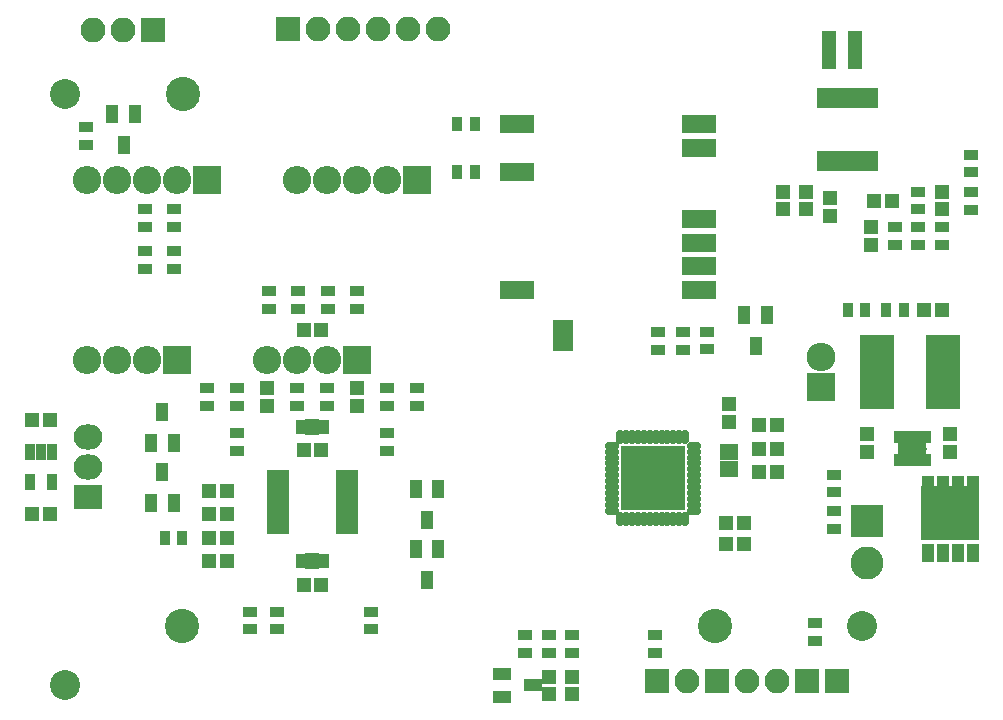
<source format=gts>
G04 #@! TF.FileFunction,Soldermask,Top*
%FSLAX46Y46*%
G04 Gerber Fmt 4.6, Leading zero omitted, Abs format (unit mm)*
G04 Created by KiCad (PCBNEW 4.0.7) date 2018 June 07, Thursday 02:32:14*
%MOMM*%
%LPD*%
G01*
G04 APERTURE LIST*
%ADD10C,0.050000*%
%ADD11C,2.540000*%
%ADD12R,1.300000X0.900000*%
%ADD13C,2.900000*%
%ADD14R,1.150000X1.200000*%
%ADD15R,1.200000X1.150000*%
%ADD16C,2.800000*%
%ADD17R,2.800000X2.800000*%
%ADD18R,2.432000X2.432000*%
%ADD19O,2.432000X2.432000*%
%ADD20R,2.100000X2.100000*%
%ADD21O,2.100000X2.100000*%
%ADD22R,1.289000X1.289000*%
%ADD23R,0.900000X1.300000*%
%ADD24R,0.950000X1.400000*%
%ADD25O,0.680000X1.250000*%
%ADD26O,1.250000X0.680000*%
%ADD27R,5.500000X5.500000*%
%ADD28R,1.900000X0.850000*%
%ADD29R,1.649680X1.398220*%
%ADD30R,2.432000X2.127200*%
%ADD31O,2.432000X2.127200*%
%ADD32R,2.850000X6.300000*%
%ADD33R,1.200000X3.300000*%
%ADD34R,0.781000X1.797000*%
%ADD35O,2.398980X2.398980*%
%ADD36R,2.398980X2.398980*%
%ADD37R,1.050000X1.620000*%
%ADD38R,2.900000X1.500000*%
%ADD39R,1.670000X1.365200*%
%ADD40R,0.900000X1.150000*%
%ADD41R,1.200000X1.400000*%
%ADD42R,1.100000X1.600000*%
%ADD43R,4.900000X4.690000*%
%ADD44R,1.950000X2.000000*%
%ADD45R,1.950000X1.600000*%
%ADD46R,2.400000X1.300000*%
%ADD47R,0.650000X1.000000*%
%ADD48C,1.004800*%
%ADD49C,1.009600*%
%ADD50R,1.620000X1.050000*%
G04 APERTURE END LIST*
D10*
D11*
X106210000Y-179995000D03*
X38710000Y-134995000D03*
D12*
X79690000Y-182295000D03*
X79690000Y-180795000D03*
D13*
X48690000Y-180000000D03*
X93750000Y-180000000D03*
D14*
X113690000Y-163795000D03*
X113690000Y-165295000D03*
D15*
X37440000Y-162545000D03*
X35940000Y-162545000D03*
D14*
X103500000Y-143795000D03*
X103500000Y-145295000D03*
D15*
X37440000Y-170545000D03*
X35940000Y-170545000D03*
D14*
X106690000Y-163795000D03*
X106690000Y-165295000D03*
X99500000Y-143250000D03*
X99500000Y-144750000D03*
X101500000Y-143250000D03*
X101500000Y-144750000D03*
X95000000Y-162750000D03*
X95000000Y-161250000D03*
D15*
X97500000Y-165000000D03*
X99000000Y-165000000D03*
X97500000Y-167000000D03*
X99000000Y-167000000D03*
X96250000Y-173045000D03*
X94750000Y-173045000D03*
X96250000Y-171295000D03*
X94750000Y-171295000D03*
D14*
X81690000Y-184295000D03*
X81690000Y-185795000D03*
X79690000Y-184295000D03*
X79690000Y-185795000D03*
D15*
X111500000Y-153250000D03*
X113000000Y-153250000D03*
X60440000Y-154940000D03*
X58940000Y-154940000D03*
D14*
X63500000Y-159905000D03*
X63500000Y-161405000D03*
X55880000Y-159905000D03*
X55880000Y-161405000D03*
D15*
X58940000Y-165100000D03*
X60440000Y-165100000D03*
X58940000Y-176545000D03*
X60440000Y-176545000D03*
X52440000Y-174545000D03*
X50940000Y-174545000D03*
X50940000Y-172545000D03*
X52440000Y-172545000D03*
X50940000Y-170545000D03*
X52440000Y-170545000D03*
X50940000Y-168545000D03*
X52440000Y-168545000D03*
D16*
X106690000Y-174645000D03*
D17*
X106690000Y-171145000D03*
D18*
X102750000Y-159750000D03*
D19*
X102750000Y-157210000D03*
D20*
X46230000Y-129545000D03*
D21*
X43690000Y-129545000D03*
X41150000Y-129545000D03*
D22*
X97500000Y-163000000D03*
X99024000Y-163000000D03*
D20*
X101600000Y-184670000D03*
D21*
X99060000Y-184670000D03*
D20*
X88900000Y-184670000D03*
D21*
X91440000Y-184670000D03*
D12*
X103890000Y-168695000D03*
X103890000Y-167195000D03*
X103890000Y-171795000D03*
X103890000Y-170295000D03*
X113000000Y-146250000D03*
X113000000Y-147750000D03*
X111000000Y-143250000D03*
X111000000Y-144750000D03*
X111000000Y-147750000D03*
X111000000Y-146250000D03*
X88690000Y-182295000D03*
X88690000Y-180795000D03*
X81690000Y-182295000D03*
X81690000Y-180795000D03*
X77690000Y-182295000D03*
X77690000Y-180795000D03*
X115490000Y-141595000D03*
X115490000Y-140095000D03*
X115490000Y-143295000D03*
X115490000Y-144795000D03*
D23*
X105000000Y-153250000D03*
X106500000Y-153250000D03*
X108250000Y-153250000D03*
X109750000Y-153250000D03*
X71940000Y-137545000D03*
X73440000Y-137545000D03*
D12*
X102210000Y-179745000D03*
X102210000Y-181245000D03*
X68580000Y-159905000D03*
X68580000Y-161405000D03*
X50800000Y-159905000D03*
X50800000Y-161405000D03*
X58420000Y-161405000D03*
X58420000Y-159905000D03*
X60960000Y-161405000D03*
X60960000Y-159905000D03*
X66040000Y-161405000D03*
X66040000Y-159905000D03*
X53340000Y-161405000D03*
X53340000Y-159905000D03*
X53340000Y-165215000D03*
X53340000Y-163715000D03*
X66040000Y-165215000D03*
X66040000Y-163715000D03*
D23*
X47190000Y-172545000D03*
X48690000Y-172545000D03*
D12*
X64690000Y-180295000D03*
X64690000Y-178795000D03*
X56690000Y-180295000D03*
X56690000Y-178795000D03*
X54408571Y-180295000D03*
X54408571Y-178795000D03*
X40500000Y-139250000D03*
X40500000Y-137750000D03*
X48000000Y-146250000D03*
X48000000Y-144750000D03*
X45500000Y-144750000D03*
X45500000Y-146250000D03*
X48000000Y-149750000D03*
X48000000Y-148250000D03*
X45500000Y-148250000D03*
X45500000Y-149750000D03*
D24*
X37640000Y-165245000D03*
X36690000Y-165245000D03*
X35740000Y-165245000D03*
X35740000Y-167845000D03*
X37640000Y-167845000D03*
D25*
X91250000Y-164025000D03*
X90750000Y-164025000D03*
X90250000Y-164025000D03*
X89750000Y-164025000D03*
X89250000Y-164025000D03*
X88750000Y-164025000D03*
X88250000Y-164025000D03*
X87750000Y-164025000D03*
X87250000Y-164025000D03*
X86750000Y-164025000D03*
X86250000Y-164025000D03*
X85750000Y-164025000D03*
D26*
X85025000Y-164750000D03*
X85025000Y-165250000D03*
X85025000Y-165750000D03*
X85025000Y-166250000D03*
X85025000Y-166750000D03*
X85025000Y-167250000D03*
X85025000Y-167750000D03*
X85025000Y-168250000D03*
X85025000Y-168750000D03*
X85025000Y-169250000D03*
X85025000Y-169750000D03*
X85025000Y-170250000D03*
D25*
X85750000Y-170975000D03*
X86250000Y-170975000D03*
X86750000Y-170975000D03*
X87250000Y-170975000D03*
X87750000Y-170975000D03*
X88250000Y-170975000D03*
X88750000Y-170975000D03*
X89250000Y-170975000D03*
X89750000Y-170975000D03*
X90250000Y-170975000D03*
X90750000Y-170975000D03*
X91250000Y-170975000D03*
D26*
X91975000Y-170250000D03*
X91975000Y-169750000D03*
X91975000Y-169250000D03*
X91975000Y-168750000D03*
X91975000Y-168250000D03*
X91975000Y-167750000D03*
X91975000Y-167250000D03*
X91975000Y-166750000D03*
X91975000Y-166250000D03*
X91975000Y-165750000D03*
X91975000Y-165250000D03*
X91975000Y-164750000D03*
D27*
X88500000Y-167500000D03*
D28*
X62640000Y-171820000D03*
X62640000Y-171170000D03*
X62640000Y-170520000D03*
X62640000Y-169870000D03*
X62640000Y-169220000D03*
X62640000Y-168570000D03*
X62640000Y-167920000D03*
X62640000Y-167270000D03*
X56740000Y-167270000D03*
X56740000Y-167920000D03*
X56740000Y-168570000D03*
X56740000Y-169220000D03*
X56740000Y-169870000D03*
X56740000Y-170520000D03*
X56740000Y-171170000D03*
X56740000Y-171820000D03*
D29*
X95000000Y-165250700D03*
X95000000Y-166749300D03*
D30*
X40690000Y-169085000D03*
D31*
X40690000Y-166545000D03*
X40690000Y-164005000D03*
D20*
X93980000Y-184670000D03*
D21*
X96520000Y-184670000D03*
D13*
X48750000Y-135000000D03*
D14*
X107000000Y-147750000D03*
X107000000Y-146250000D03*
D15*
X108750000Y-144000000D03*
X107250000Y-144000000D03*
D14*
X113000000Y-144750000D03*
X113000000Y-143250000D03*
D32*
X113065000Y-158545000D03*
X107515000Y-158545000D03*
D33*
X105600000Y-131250000D03*
X103400000Y-131250000D03*
D12*
X109000000Y-147750000D03*
X109000000Y-146250000D03*
D34*
X107222500Y-135333000D03*
X106587500Y-135333000D03*
X105952500Y-135333000D03*
X105317500Y-135333000D03*
X104682500Y-135333000D03*
X104047500Y-135333000D03*
X103412500Y-135333000D03*
X102777500Y-135333000D03*
X102777500Y-140667000D03*
X103412500Y-140667000D03*
X104047500Y-140667000D03*
X104682500Y-140667000D03*
X105317500Y-140667000D03*
X105952500Y-140667000D03*
X106587500Y-140667000D03*
X107222500Y-140667000D03*
D20*
X104140000Y-184670000D03*
D12*
X56000000Y-151650000D03*
X56000000Y-153150000D03*
X58500000Y-151650000D03*
X58500000Y-153150000D03*
X61000000Y-151650000D03*
X61000000Y-153150000D03*
X63500000Y-151650000D03*
X63500000Y-153150000D03*
D35*
X40640000Y-157480000D03*
D36*
X48260000Y-157480000D03*
D35*
X45720000Y-157480000D03*
X43180000Y-157480000D03*
X60960000Y-142240000D03*
D36*
X68580000Y-142240000D03*
D35*
X66040000Y-142240000D03*
X63500000Y-142240000D03*
X58420000Y-142240000D03*
X55880000Y-157480000D03*
D36*
X63500000Y-157480000D03*
D35*
X60960000Y-157480000D03*
X58420000Y-157480000D03*
X43180000Y-142240000D03*
D36*
X50800000Y-142240000D03*
D35*
X48260000Y-142240000D03*
X45720000Y-142240000D03*
X40640000Y-142240000D03*
D20*
X57610000Y-129500000D03*
D21*
X60150000Y-129500000D03*
X62690000Y-129500000D03*
X65230000Y-129500000D03*
X67770000Y-129500000D03*
X70310000Y-129500000D03*
D23*
X71940000Y-141545000D03*
X73440000Y-141545000D03*
D12*
X93090000Y-156595000D03*
X93090000Y-155095000D03*
X88990000Y-156605000D03*
X88990000Y-155105000D03*
X91085000Y-156605000D03*
X91085000Y-155105000D03*
D37*
X70340000Y-168385000D03*
X68440000Y-168385000D03*
X69390000Y-171005000D03*
X46040000Y-164505000D03*
X47940000Y-164505000D03*
X46990000Y-161885000D03*
D38*
X76990000Y-137545000D03*
X76990000Y-141545000D03*
X76990000Y-151545000D03*
X92390000Y-151545000D03*
X92390000Y-149545000D03*
X92390000Y-147545000D03*
X92390000Y-145545000D03*
X92390000Y-139545000D03*
X92390000Y-137545000D03*
D37*
X70340000Y-173465000D03*
X68440000Y-173465000D03*
X69390000Y-176085000D03*
X46040000Y-169585000D03*
X47940000Y-169585000D03*
X46990000Y-166965000D03*
D39*
X80940000Y-156065000D03*
X80940000Y-154795000D03*
D40*
X58740000Y-163195000D03*
X60640000Y-163195000D03*
D41*
X59690000Y-163195000D03*
D40*
X58740000Y-174545000D03*
X60640000Y-174545000D03*
D41*
X59690000Y-174545000D03*
D42*
X111780000Y-173845000D03*
X113050000Y-173845000D03*
X114330000Y-173845000D03*
X115600000Y-173845000D03*
X115600000Y-168045000D03*
X114330000Y-168045000D03*
X113050000Y-168045000D03*
X111780000Y-168045000D03*
D43*
X113690000Y-170445000D03*
D44*
X112600000Y-169695000D03*
X114780000Y-169695000D03*
D45*
X112600000Y-171695000D03*
X114780000Y-171695000D03*
D46*
X110500000Y-165000000D03*
D47*
X110750000Y-164000000D03*
D48*
X111250000Y-165000000D03*
D49*
X109750000Y-165000000D03*
D47*
X111750000Y-164000000D03*
X111250000Y-164000000D03*
X110250000Y-164000000D03*
X109750000Y-164000000D03*
X109250000Y-164000000D03*
X109250000Y-166000000D03*
X109750000Y-166000000D03*
X110250000Y-166000000D03*
X110750000Y-166000000D03*
X111250000Y-166000000D03*
X111750000Y-166000000D03*
D11*
X38710000Y-184995000D03*
D50*
X75710000Y-184095000D03*
X75710000Y-185995000D03*
X78330000Y-185045000D03*
D37*
X98160000Y-153685000D03*
X96260000Y-153685000D03*
X97210000Y-156305000D03*
X44660000Y-136685000D03*
X42760000Y-136685000D03*
X43710000Y-139305000D03*
M02*

</source>
